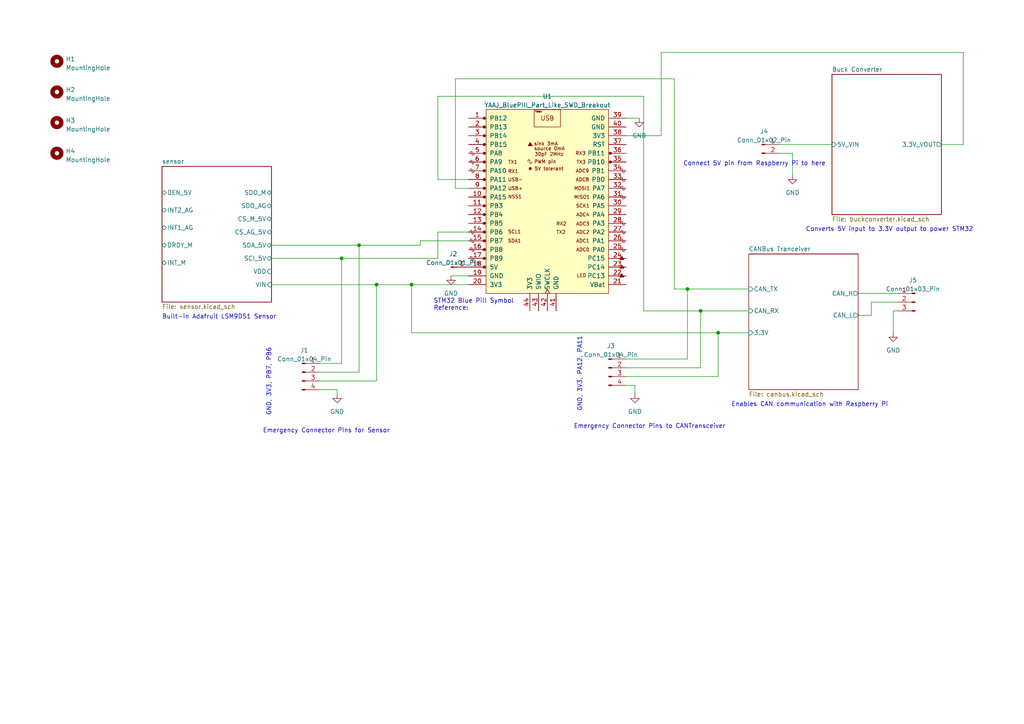
<source format=kicad_sch>
(kicad_sch (version 20230121) (generator eeschema)
  (paper "A4")
  (lib_symbols
    (symbol "Connector:Conn_01x01_Pin" (pin_names (offset 1.016) hide)
      (property "Reference" "J" (at 0 2.54 0))
      (property "Value" "Conn_01x01_Pin" (at 0 -2.54 0))
      (symbol "Conn_01x01_Pin_1_1"
        (polyline (pts (xy 1.27 0) (xy 0.8636 0)) (stroke (width 0.1524)))
        (rectangle (start 0.8636 0.127) (end 0 -0.127) (stroke (width 0.1524)) (fill (type outline)))
        (pin passive line (at 5.08 0 180) (length 3.81) (name "Pin_1") (number "1"))
      )
    )
    (symbol "Connector:Conn_01x02_Pin" (pin_names (offset 1.016) hide)
      (property "Reference" "J" (at 0 2.54 0))
      (property "Value" "Conn_01x02_Pin" (at 0 -5.08 0))
      (symbol "Conn_01x02_Pin_1_1"
        (polyline (pts (xy 1.27 -2.54) (xy 0.8636 -2.54)) (stroke (width 0.1524)))
        (polyline (pts (xy 1.27 0) (xy 0.8636 0)) (stroke (width 0.1524)))
        (rectangle (start 0.8636 -2.413) (end 0 -2.667) (stroke (width 0.1524)) (fill (type outline)))
        (rectangle (start 0.8636 0.127) (end 0 -0.127) (stroke (width 0.1524)) (fill (type outline)))
        (pin passive line (at 5.08 0 180) (length 3.81) (name "Pin_1") (number "1"))
        (pin passive line (at 5.08 -2.54 180) (length 3.81) (name "Pin_2") (number "2"))
      )
    )
    (symbol "Connector:Conn_01x03_Pin" (pin_names (offset 1.016) hide)
      (property "Reference" "J" (at 0 5.08 0))
      (property "Value" "Conn_01x03_Pin" (at 0 -5.08 0))
      (symbol "Conn_01x03_Pin_1_1"
        (polyline (pts (xy 1.27 -2.54) (xy 0.8636 -2.54)) (stroke (width 0.1524)))
        (polyline (pts (xy 1.27 0) (xy 0.8636 0)) (stroke (width 0.1524)))
        (polyline (pts (xy 1.27 2.54) (xy 0.8636 2.54)) (stroke (width 0.1524)))
        (rectangle (start 0.8636 -2.413) (end 0 -2.667) (stroke (width 0.1524)) (fill (type outline)))
        (rectangle (start 0.8636 0.127) (end 0 -0.127) (stroke (width 0.1524)) (fill (type outline)))
        (rectangle (start 0.8636 2.667) (end 0 2.413) (stroke (width 0.1524)) (fill (type outline)))
        (pin passive line (at 5.08 2.54 180) (length 3.81) (name "Pin_1") (number "1"))
        (pin passive line (at 5.08 0 180) (length 3.81) (name "Pin_2") (number "2"))
        (pin passive line (at 5.08 -2.54 180) (length 3.81) (name "Pin_3") (number "3"))
      )
    )
    (symbol "Connector:Conn_01x04_Pin" (pin_names (offset 1.016) hide)
      (property "Reference" "J" (at 0 5.08 0))
      (property "Value" "Conn_01x04_Pin" (at 0 -7.62 0))
      (symbol "Conn_01x04_Pin_1_1"
        (polyline (pts (xy 1.27 -5.08) (xy 0.8636 -5.08)) (stroke (width 0.1524)))
        (polyline (pts (xy 1.27 -2.54) (xy 0.8636 -2.54)) (stroke (width 0.1524)))
        (polyline (pts (xy 1.27 0) (xy 0.8636 0)) (stroke (width 0.1524)))
        (polyline (pts (xy 1.27 2.54) (xy 0.8636 2.54)) (stroke (width 0.1524)))
        (rectangle (start 0.8636 -4.953) (end 0 -5.207) (stroke (width 0.1524)) (fill (type outline)))
        (rectangle (start 0.8636 -2.413) (end 0 -2.667) (stroke (width 0.1524)) (fill (type outline)))
        (rectangle (start 0.8636 0.127) (end 0 -0.127) (stroke (width 0.1524)) (fill (type outline)))
        (rectangle (start 0.8636 2.667) (end 0 2.413) (stroke (width 0.1524)) (fill (type outline)))
        (pin passive line (at 5.08 2.54 180) (length 3.81) (name "Pin_1") (number "1"))
        (pin passive line (at 5.08 0 180) (length 3.81) (name "Pin_2") (number "2"))
        (pin passive line (at 5.08 -2.54 180) (length 3.81) (name "Pin_3") (number "3"))
        (pin passive line (at 5.08 -5.08 180) (length 3.81) (name "Pin_4") (number "4"))
      )
    )
    (symbol "Mechanical:MountingHole" (pin_names (offset 1.016))
      (property "Reference" "H" (at 0 5.08 0))
      (property "Value" "MountingHole" (at 0 3.175 0))
      (symbol "MountingHole_0_1"
        (circle (center 0 0) (radius 1.27) (stroke (width 1.27)))
      )
    )
    (symbol "YAAJ_BluePill_Part_Like_SWD_Breakout:YAAJ_BluePill_Part_Like_SWD_Breakout" (pin_names (offset 1.016))
      (property "Reference" "U" (at -15.24 27.94 0))
      (property "Value" "YAAJ_BluePill_Part_Like_SWD_Breakout" (at 20.32 27.94 0))
      (symbol "YAAJ_BluePill_Part_Like_SWD_Breakout_0_0"
        (circle (center -18.288 -20.32) (radius 0.3556) (fill (type outline)))
        (circle (center -18.288 -17.78) (radius 0.3556) (fill (type outline)))
        (circle (center -18.288 -15.24) (radius 0.3556) (fill (type outline)))
        (circle (center -18.288 -12.7) (radius 0.3556) (fill (type outline)))
        (circle (center -18.288 -10.16) (radius 0.3556) (fill (type outline)))
        (circle (center -18.288 -7.62) (radius 0.3556) (fill (type outline)))
        (circle (center -18.288 -5.08) (radius 0.3556) (fill (type outline)))
        (circle (center -18.288 -2.54) (radius 0.3556) (fill (type outline)))
        (circle (center -18.288 0) (radius 0.3556) (fill (type outline)))
        (circle (center -18.288 2.54) (radius 0.3556) (fill (type outline)))
        (circle (center -18.288 5.08) (radius 0.3556) (fill (type outline)))
        (circle (center -18.288 7.62) (radius 0.3556) (fill (type outline)))
        (circle (center -18.288 10.16) (radius 0.3556) (fill (type outline)))
        (circle (center -18.288 12.7) (radius 0.3556) (fill (type outline)))
        (circle (center -18.288 15.24) (radius 0.3556) (fill (type outline)))
        (circle (center -18.288 17.78) (radius 0.3556) (fill (type outline)))
        (circle (center -18.288 22.86) (radius 0.3556) (fill (type outline)))
        (circle (center -4.953 8.255) (radius 0.127) (fill (type outline)))
        (circle (center -4.953 8.255) (radius 0.254))
        (circle (center -4.953 8.255) (radius 0.3556))
        (polyline (pts (xy -5.588 14.859) (xy -4.953 15.875) (xy -4.318 14.859) (xy -5.588 14.859) (xy -4.953 15.748) (xy -4.445 14.859) (xy -5.461 14.986) (xy -4.953 15.621) (xy -4.572 14.859) (xy -5.334 15.113) (xy -4.826 15.494) (xy -4.699 14.859) (xy -5.207 15.24) (xy -4.699 15.367) (xy -4.826 14.986) (xy -5.08 15.24) (xy -4.826 15.113) (xy -4.953 15.367)))
        (polyline (pts (xy 20.955 -23.241) (xy 21.59 -22.225) (xy 22.225 -23.241) (xy 20.955 -23.241) (xy 21.59 -22.352) (xy 22.098 -23.241) (xy 21.082 -23.114) (xy 21.59 -22.479) (xy 21.971 -23.241) (xy 21.209 -22.987) (xy 21.717 -22.606) (xy 21.844 -23.241) (xy 21.336 -22.86) (xy 21.844 -22.733) (xy 21.717 -23.114) (xy 21.463 -22.86) (xy 21.717 -22.987) (xy 21.59 -22.733)))
        (polyline (pts (xy 20.955 -20.701) (xy 21.59 -19.685) (xy 22.225 -20.701) (xy 20.955 -20.701) (xy 21.59 -19.812) (xy 22.098 -20.701) (xy 21.082 -20.574) (xy 21.59 -19.939) (xy 21.971 -20.701) (xy 21.209 -20.447) (xy 21.717 -20.066) (xy 21.844 -20.701) (xy 21.336 -20.32) (xy 21.844 -20.193) (xy 21.717 -20.574) (xy 21.463 -20.32) (xy 21.717 -20.447) (xy 21.59 -20.193)))
        (polyline (pts (xy 20.955 -18.161) (xy 21.59 -17.145) (xy 22.225 -18.161) (xy 20.955 -18.161) (xy 21.59 -17.272) (xy 22.098 -18.161) (xy 21.082 -18.034) (xy 21.59 -17.399) (xy 21.971 -18.161) (xy 21.209 -17.907) (xy 21.717 -17.526) (xy 21.844 -18.161) (xy 21.336 -17.78) (xy 21.844 -17.653) (xy 21.717 -18.034) (xy 21.463 -17.78) (xy 21.717 -17.907) (xy 21.59 -17.653)))
        (circle (center 18.288 10.16) (radius 0.254) (fill (type outline)))
        (circle (center 18.288 10.16) (radius 0.3556))
        (circle (center 18.288 12.7) (radius 0.254) (fill (type outline)))
        (circle (center 18.288 12.7) (radius 0.3556))
        (text "30pF 2MHz" (at 0.508 12.446 0) (effects (font (size 0.9906 0.9906))))
        (text "5V tolerant" (at 0.508 8.255 0) (effects (font (size 0.9906 0.9906))))
        (text "ADC0" (at 10.287 -15.24 0) (effects (font (size 0.9906 0.9906))))
        (text "ADC1" (at 10.287 -12.7 0) (effects (font (size 0.9906 0.9906))))
        (text "ADC2" (at 10.287 -10.16 0) (effects (font (size 0.9906 0.9906))))
        (text "ADC3" (at 10.287 -7.747 0) (effects (font (size 0.9906 0.9906))))
        (text "ADC4" (at 10.287 -5.08 0) (effects (font (size 0.9906 0.9906))))
        (text "ADC8" (at 10.16 5.08 0) (effects (font (size 0.9906 0.9906))))
        (text "ADC9" (at 10.16 7.62 0) (effects (font (size 0.9906 0.9906))))
        (text "LED" (at 9.906 -22.733 0) (effects (font (size 0.9906 0.9906))))
        (text "MISO1" (at 10.033 0 0) (effects (font (size 0.9906 0.9906))))
        (text "MOSI1" (at 10.033 2.54 0) (effects (font (size 0.9906 0.9906))))
        (text "NSS1" (at -9.398 0.127 0) (effects (font (size 0.9906 0.9906))))
        (text "PWM pin" (at -0.635 10.287 0) (effects (font (size 0.9906 0.9906))))
        (text "RX1" (at -9.906 7.493 0) (effects (font (size 0.9906 0.9906))))
        (text "RX2" (at 4.064 -7.747 0) (effects (font (size 0.9906 0.9906))))
        (text "RX3" (at 9.652 12.7 0) (effects (font (size 0.9906 0.9906))))
        (text "SCK1" (at 10.287 -2.54 0) (effects (font (size 0.9906 0.9906))))
        (text "SCL1" (at -9.525 -10.033 0) (effects (font (size 0.9906 0.9906))))
        (text "SDA1" (at -9.525 -12.7 0) (effects (font (size 0.9906 0.9906))))
        (text "sink 3mA" (at -0.381 15.494 0) (effects (font (size 0.9906 0.9906))))
        (text "source 0mA" (at 0.635 14.097 0) (effects (font (size 0.9906 0.9906))))
        (text "TX1" (at -10.033 10.16 0) (effects (font (size 0.9906 0.9906))))
        (text "TX2" (at 3.937 -10.16 0) (effects (font (size 0.9906 0.9906))))
        (text "TX3" (at 9.779 10.16 0) (effects (font (size 0.9906 0.9906))))
        (text "USB" (at 0 22.86 0) (effects (font (size 1.27 1.27))))
        (text "USB+" (at -9.271 2.54 0) (effects (font (size 0.9906 0.9906))))
        (text "USB-" (at -9.271 5.08 0) (effects (font (size 0.9906 0.9906))))
        (text "Y@@J" (at -2.5654 24.8412 0) (effects (font (size 0.508 0.508))))
      )
      (symbol "YAAJ_BluePill_Part_Like_SWD_Breakout_0_1"
        (rectangle (start -17.78 25.4) (end 17.78 -27.94) (fill (type background)))
        (polyline (pts (xy -21.336 -17.78) (xy -21.336 -18.288) (xy -21.844 -18.288) (xy -21.844 -17.272) (xy -22.352 -17.272) (xy -22.352 -17.78)))
        (polyline (pts (xy -21.336 -15.24) (xy -21.336 -15.748) (xy -21.844 -15.748) (xy -21.844 -14.732) (xy -22.352 -14.732) (xy -22.352 -15.24)))
        (polyline (pts (xy -21.336 -12.7) (xy -21.336 -13.208) (xy -21.844 -13.208) (xy -21.844 -12.192) (xy -22.352 -12.192) (xy -22.352 -12.7)))
        (polyline (pts (xy -21.336 -10.16) (xy -21.336 -10.668) (xy -21.844 -10.668) (xy -21.844 -9.652) (xy -22.352 -9.652) (xy -22.352 -10.16)))
        (polyline (pts (xy -21.336 7.62) (xy -21.336 7.112) (xy -21.844 7.112) (xy -21.844 8.128) (xy -22.352 8.128) (xy -22.352 7.62)))
        (polyline (pts (xy -21.336 10.16) (xy -21.336 9.652) (xy -21.844 9.652) (xy -21.844 10.668) (xy -22.352 10.668) (xy -22.352 10.16)))
        (polyline (pts (xy -21.336 12.7) (xy -21.336 12.192) (xy -21.844 12.192) (xy -21.844 13.208) (xy -22.352 13.208) (xy -22.352 12.7)))
        (polyline (pts (xy -4.572 10.287) (xy -4.572 9.779) (xy -5.08 9.779) (xy -5.08 10.795) (xy -5.588 10.795) (xy -5.588 10.287)))
        (polyline (pts (xy 22.352 -15.24) (xy 22.352 -15.748) (xy 21.844 -15.748) (xy 21.844 -14.732) (xy 21.336 -14.732) (xy 21.336 -15.24)))
        (polyline (pts (xy 22.352 -12.7) (xy 22.352 -13.208) (xy 21.844 -13.208) (xy 21.844 -12.192) (xy 21.336 -12.192) (xy 21.336 -12.7)))
        (polyline (pts (xy 22.352 -10.16) (xy 22.352 -10.668) (xy 21.844 -10.668) (xy 21.844 -9.652) (xy 21.336 -9.652) (xy 21.336 -10.16)))
        (polyline (pts (xy 22.352 -7.62) (xy 22.352 -8.128) (xy 21.844 -8.128) (xy 21.844 -7.112) (xy 21.336 -7.112) (xy 21.336 -7.62)))
        (polyline (pts (xy 22.352 0) (xy 22.352 -0.508) (xy 21.844 -0.508) (xy 21.844 0.508) (xy 21.336 0.508) (xy 21.336 0)))
        (polyline (pts (xy 22.352 2.54) (xy 22.352 2.032) (xy 21.844 2.032) (xy 21.844 3.048) (xy 21.336 3.048) (xy 21.336 2.54)))
        (polyline (pts (xy 22.352 5.08) (xy 22.352 4.572) (xy 21.844 4.572) (xy 21.844 5.588) (xy 21.336 5.588) (xy 21.336 5.08)))
        (polyline (pts (xy 22.352 7.62) (xy 22.352 7.112) (xy 21.844 7.112) (xy 21.844 8.128) (xy 21.336 8.128) (xy 21.336 7.62)))
        (rectangle (start 3.81 25.4) (end -3.81 20.32))
      )
      (symbol "YAAJ_BluePill_Part_Like_SWD_Breakout_1_1"
        (circle (center -18.288 20.32) (radius 0.3556) (fill (type outline)))
        (pin bidirectional line (at -22.86 22.86 0) (length 5.08) (name "PB12") (number "1"))
        (pin bidirectional line (at -22.86 0 0) (length 5.08) (name "PA15") (number "10"))
        (pin bidirectional line (at -22.86 -2.54 0) (length 5.08) (name "PB3") (number "11"))
        (pin bidirectional line (at -22.86 -5.08 0) (length 5.08) (name "PB4") (number "12"))
        (pin bidirectional line (at -22.86 -7.62 0) (length 5.08) (name "PB5") (number "13"))
        (pin bidirectional line (at -22.86 -10.16 0) (length 5.08) (name "PB6") (number "14"))
        (pin bidirectional line (at -22.86 -12.7 0) (length 5.08) (name "PB7") (number "15"))
        (pin bidirectional line (at -22.86 -15.24 0) (length 5.08) (name "PB8") (number "16"))
        (pin bidirectional line (at -22.86 -17.78 0) (length 5.08) (name "PB9") (number "17"))
        (pin power_in line (at -22.86 -20.32 0) (length 5.08) (name "5V") (number "18"))
        (pin power_in line (at -22.86 -22.86 0) (length 5.08) (name "GND") (number "19"))
        (pin bidirectional line (at -22.86 20.32 0) (length 5.08) (name "PB13") (number "2"))
        (pin power_in line (at -22.86 -25.4 0) (length 5.08) (name "3V3") (number "20"))
        (pin power_in line (at 22.86 -25.4 180) (length 5.08) (name "VBat") (number "21"))
        (pin bidirectional line (at 22.86 -22.86 180) (length 5.08) (name "PC13") (number "22"))
        (pin bidirectional line (at 22.86 -20.32 180) (length 5.08) (name "PC14") (number "23"))
        (pin bidirectional line (at 22.86 -17.78 180) (length 5.08) (name "PC15") (number "24"))
        (pin bidirectional line (at 22.86 -15.24 180) (length 5.08) (name "PA0") (number "25"))
        (pin bidirectional line (at 22.86 -12.7 180) (length 5.08) (name "PA1") (number "26"))
        (pin bidirectional line (at 22.86 -10.16 180) (length 5.08) (name "PA2") (number "27"))
        (pin bidirectional line (at 22.86 -7.62 180) (length 5.08) (name "PA3") (number "28"))
        (pin bidirectional line (at 22.86 -5.08 180) (length 5.08) (name "PA4") (number "29"))
        (pin bidirectional line (at -22.86 17.78 0) (length 5.08) (name "PB14") (number "3"))
        (pin bidirectional line (at 22.86 -2.54 180) (length 5.08) (name "PA5") (number "30"))
        (pin bidirectional line (at 22.86 0 180) (length 5.08) (name "PA6") (number "31"))
        (pin bidirectional line (at 22.86 2.54 180) (length 5.08) (name "PA7") (number "32"))
        (pin bidirectional line (at 22.86 5.08 180) (length 5.08) (name "PB0") (number "33"))
        (pin bidirectional line (at 22.86 7.62 180) (length 5.08) (name "PB1") (number "34"))
        (pin bidirectional line (at 22.86 10.16 180) (length 5.08) (name "PB10") (number "35"))
        (pin bidirectional line (at 22.86 12.7 180) (length 5.08) (name "PB11") (number "36"))
        (pin input line (at 22.86 15.24 180) (length 5.08) (name "RST") (number "37"))
        (pin power_in line (at 22.86 17.78 180) (length 5.08) (name "3V3") (number "38"))
        (pin power_in line (at 22.86 22.86 180) (length 5.08) (name "GND") (number "39"))
        (pin bidirectional line (at -22.86 15.24 0) (length 5.08) (name "PB15") (number "4"))
        (pin power_in line (at 22.86 20.32 180) (length 5.08) (name "GND") (number "40"))
        (pin power_in line (at 2.54 -33.02 90) (length 5.08) (name "GND") (number "41"))
        (pin bidirectional clock (at 0 -33.02 90) (length 5.08) (name "SWCLK") (number "42"))
        (pin bidirectional line (at -2.54 -33.02 90) (length 5.08) (name "SWIO") (number "43"))
        (pin power_in line (at -5.08 -33.02 90) (length 5.08) (name "3V3") (number "44"))
        (pin bidirectional line (at -22.86 12.7 0) (length 5.08) (name "PA8") (number "5"))
        (pin bidirectional line (at -22.86 10.16 0) (length 5.08) (name "PA9") (number "6"))
        (pin bidirectional line (at -22.86 7.62 0) (length 5.08) (name "PA10") (number "7"))
        (pin bidirectional line (at -22.86 5.08 0) (length 5.08) (name "PA11") (number "8"))
        (pin bidirectional line (at -22.86 2.54 0) (length 5.08) (name "PA12") (number "9"))
      )
    )
    (symbol "power:GND" (power) (pin_names (offset 0))
      (property "Value" "GND" (at 0 -3.81 0))
      (symbol "GND_0_1"
        (polyline (pts (xy 0 0) (xy 0 -1.27) (xy 1.27 -1.27) (xy 0 -2.54) (xy -1.27 -1.27) (xy 0 -1.27)))
      )
      (symbol "GND_1_1"
        (pin power_in line (at 0 0 270) (length 0) hide (name "GND") (number "1"))
      )
    )
  )
  (junction (at 199.39 83.82))
  (junction (at 99.06 74.93))
  (junction (at 203.2 90.17))
  (junction (at 119.38 82.55))
  (junction (at 109.22 82.55))
  (junction (at 208.28 96.52))
  (junction (at 104.14 71.12))
  (wire (pts (xy 127 74.93) (xy 127 67.31)))
  (wire (pts (xy 78.74 82.55) (xy 109.22 82.55)))
  (wire (pts (xy 226.06 44.45) (xy 229.87 44.45)))
  (wire (pts (xy 203.2 106.68) (xy 181.61 106.68)))
  (wire (pts (xy 260.35 90.17) (xy 259.08 90.17)))
  (wire (pts (xy 186.69 27.94) (xy 127 27.94)))
  (wire (pts (xy 121.92 69.85) (xy 135.89 69.85)))
  (wire (pts (xy 252.73 91.44) (xy 252.73 87.63)))
  (wire (pts (xy 248.92 85.09) (xy 260.35 85.09)))
  (wire (pts (xy 78.74 71.12) (xy 104.14 71.12)))
  (wire (pts (xy 186.69 27.94) (xy 186.69 90.17)))
  (wire (pts (xy 104.14 71.12) (xy 121.92 71.12)))
  (wire (pts (xy 109.22 82.55) (xy 119.38 82.55)))
  (wire (pts (xy 92.71 105.41) (xy 99.06 105.41)))
  (wire (pts (xy 92.71 113.03) (xy 97.79 113.03)))
  (wire (pts (xy 97.79 113.03) (xy 97.79 114.3)))
  (wire (pts (xy 109.22 110.49) (xy 109.22 82.55)))
  (wire (pts (xy 181.61 34.29) (xy 185.42 34.29)))
  (wire (pts (xy 132.08 54.61) (xy 135.89 54.61)))
  (wire (pts (xy 191.77 39.37) (xy 181.61 39.37)))
  (wire (pts (xy 199.39 83.82) (xy 217.17 83.82)))
  (wire (pts (xy 195.58 83.82) (xy 199.39 83.82)))
  (wire (pts (xy 127 52.07) (xy 135.89 52.07)))
  (wire (pts (xy 226.06 41.91) (xy 241.3 41.91)))
  (wire (pts (xy 104.14 71.12) (xy 104.14 107.95)))
  (wire (pts (xy 195.58 22.86) (xy 195.58 83.82)))
  (wire (pts (xy 99.06 74.93) (xy 127 74.93)))
  (wire (pts (xy 208.28 109.22) (xy 181.61 109.22)))
  (wire (pts (xy 119.38 82.55) (xy 119.38 96.52)))
  (wire (pts (xy 99.06 105.41) (xy 99.06 74.93)))
  (wire (pts (xy 121.92 71.12) (xy 121.92 69.85)))
  (wire (pts (xy 130.81 80.01) (xy 135.89 80.01)))
  (wire (pts (xy 119.38 82.55) (xy 135.89 82.55)))
  (wire (pts (xy 208.28 96.52) (xy 217.17 96.52)))
  (wire (pts (xy 127 27.94) (xy 127 52.07)))
  (wire (pts (xy 203.2 90.17) (xy 203.2 106.68)))
  (wire (pts (xy 279.4 15.24) (xy 191.77 15.24)))
  (wire (pts (xy 259.08 90.17) (xy 259.08 96.52)))
  (wire (pts (xy 132.08 22.86) (xy 132.08 54.61)))
  (wire (pts (xy 279.4 41.91) (xy 279.4 15.24)))
  (wire (pts (xy 78.74 74.93) (xy 99.06 74.93)))
  (wire (pts (xy 248.92 91.44) (xy 252.73 91.44)))
  (wire (pts (xy 273.05 41.91) (xy 279.4 41.91)))
  (wire (pts (xy 252.73 87.63) (xy 260.35 87.63)))
  (wire (pts (xy 191.77 15.24) (xy 191.77 39.37)))
  (wire (pts (xy 127 67.31) (xy 135.89 67.31)))
  (wire (pts (xy 199.39 104.14) (xy 181.61 104.14)))
  (wire (pts (xy 92.71 107.95) (xy 104.14 107.95)))
  (wire (pts (xy 92.71 110.49) (xy 109.22 110.49)))
  (wire (pts (xy 186.69 90.17) (xy 203.2 90.17)))
  (wire (pts (xy 229.87 44.45) (xy 229.87 50.8)))
  (wire (pts (xy 199.39 83.82) (xy 199.39 104.14)))
  (wire (pts (xy 208.28 96.52) (xy 208.28 109.22)))
  (wire (pts (xy 119.38 96.52) (xy 208.28 96.52)))
  (wire (pts (xy 203.2 90.17) (xy 217.17 90.17)))
  (wire (pts (xy 184.15 111.76) (xy 184.15 114.3)))
  (wire (pts (xy 195.58 22.86) (xy 132.08 22.86)))
  (wire (pts (xy 181.61 111.76) (xy 184.15 111.76)))
  (text "Enables CAN communication with Raspberry Pi\n" (at 212.09 118.11 0) (effects (font (size 1.27 1.27)) (justify left bottom)))
  (text "Emergency Connector Pins for Sensor\n" (at 76.2 125.73 0) (effects (font (size 1.27 1.27)) (justify left bottom)))
  (text "Built-in Adafruit LSM9DS1 Sensor" (at 46.99 92.71 0) (effects (font (size 1.27 1.27)) (justify left bottom)))
  (text "Connect 5V pin from Raspberry Pi to here" (at 198.12 48.26 0) (effects (font (size 1.27 1.27)) (justify left bottom)))
  (text "STM32 Blue Pill Symbol\nReference:" (at 125.73 90.17 0) (effects (font (size 1.27 1.27)) (justify left bottom)))
  (text "Emergency Connector Pins to CANTransceiver\n" (at 166.37 124.46 0) (effects (font (size 1.27 1.27)) (justify left bottom)))
  (text "GND, 3V3, PA12, PA11" (at 168.91 119.38 90) (effects (font (size 1.27 1.27)) (justify left bottom)))
  (text "Converts 5V input to 3.3V output to power STM32\n" (at 233.68 67.31 0) (effects (font (size 1.27 1.27)) (justify left bottom)))
  (text "GND, 3V3, PB7, PB6" (at 78.74 120.65 90) (effects (font (size 1.27 1.27)) (justify left bottom)))
  (symbol (lib_id "power:GND") (at 97.79 114.3 0) (unit 1)
    (property "Reference" "#PWR01" (effects hide))
    (property "Value" "GND" (at 97.79 119.38 0))
  )
  (symbol (lib_id "YAAJ_BluePill_Part_Like_SWD_Breakout:YAAJ_BluePill_Part_Like_SWD_Breakout") (at 158.75 57.15 0) (unit 1)
    (property "Reference" "U1" (at 158.75 27.94 0))
    (property "Value" "YAAJ_BluePill_Part_Like_SWD_Breakout" (at 158.75 30.48 0))
    (property "Footprint" "YAAJ_BluePill_SWD_2:YAAJ_BluePill_SWD_2" (effects hide))
  )
  (symbol (lib_id "Connector:Conn_01x02_Pin") (at 220.98 41.91 0) (unit 1)
    (property "Reference" "J4" (at 221.615 38.1 0))
    (property "Value" "Conn_01x02_Pin" (at 221.615 40.64 0))
    (property "Footprint" "Connector_PinHeader_2.54mm:PinHeader_1x02_P2.54mm_Vertical" (effects hide))
  )
  (symbol (lib_id "power:GND") (at 130.81 80.01 0) (unit 1)
    (property "Reference" "#PWR02" (effects hide))
    (property "Value" "GND" (at 130.81 85.09 0))
  )
  (symbol (lib_id "power:GND") (at 184.15 114.3 0) (unit 1)
    (property "Reference" "#PWR03" (effects hide))
    (property "Value" "GND" (at 184.15 119.38 0))
  )
  (symbol (lib_id "Mechanical:MountingHole") (at 16.51 26.67 0) (unit 1)
    (property "Reference" "H2" (at 19.05 26.035 0) (effects (justify left)))
    (property "Value" "MountingHole" (at 19.05 28.575 0) (effects (justify left)))
    (property "Footprint" "MountingHole:MountingHole_3.2mm_M3" (effects hide))
  )
  (symbol (lib_id "Connector:Conn_01x03_Pin") (at 265.43 87.63 0) (mirror y) (unit 1)
    (property "Reference" "J5" (at 264.795 81.28 0))
    (property "Value" "Conn_01x03_Pin" (at 264.795 83.82 0))
    (property "Footprint" "Connector_PinHeader_2.54mm:PinHeader_1x03_P2.54mm_Vertical" (effects hide))
  )
  (symbol (lib_id "Mechanical:MountingHole") (at 16.51 44.45 0) (unit 1)
    (property "Reference" "H4" (at 19.05 43.815 0) (effects (justify left)))
    (property "Value" "MountingHole" (at 19.05 46.355 0) (effects (justify left)))
    (property "Footprint" "MountingHole:MountingHole_3.2mm_M3" (effects hide))
  )
  (symbol (lib_id "power:GND") (at 185.42 34.29 0) (unit 1)
    (property "Reference" "#PWR04" (effects hide))
    (property "Value" "GND" (at 185.42 39.37 0))
  )
  (symbol (lib_id "Mechanical:MountingHole") (at 16.51 35.56 0) (unit 1)
    (property "Reference" "H3" (at 19.05 34.925 0) (effects (justify left)))
    (property "Value" "MountingHole" (at 19.05 37.465 0) (effects (justify left)))
    (property "Footprint" "MountingHole:MountingHole_3.2mm_M3" (effects hide))
  )
  (symbol (lib_id "Mechanical:MountingHole") (at 16.51 17.78 0) (unit 1)
    (property "Reference" "H1" (at 19.05 17.145 0) (effects (justify left)))
    (property "Value" "MountingHole" (at 19.05 19.685 0) (effects (justify left)))
    (property "Footprint" "MountingHole:MountingHole_3.2mm_M3" (effects hide))
  )
  (symbol (lib_id "Connector:Conn_01x04_Pin") (at 87.63 107.95 0) (unit 1)
    (property "Reference" "J1" (at 88.265 101.6 0))
    (property "Value" "Conn_01x04_Pin" (at 88.265 104.14 0))
    (property "Footprint" "Connector_PinHeader_2.54mm:PinHeader_1x04_P2.54mm_Vertical" (effects hide))
  )
  (symbol (lib_id "power:GND") (at 259.08 96.52 0) (unit 1)
    (property "Reference" "#PWR06" (effects hide))
    (property "Value" "GND" (at 259.08 101.6 0))
  )
  (symbol (lib_id "Connector:Conn_01x01_Pin") (at 130.81 77.47 0) (unit 1)
    (property "Reference" "J2" (at 131.445 73.66 0))
    (property "Value" "Conn_01x01_Pin" (at 131.445 76.2 0))
    (property "Footprint" "Connector_PinHeader_2.54mm:PinHeader_1x01_P2.54mm_Vertical" (effects hide))
  )
  (symbol (lib_id "power:GND") (at 229.87 50.8 0) (unit 1)
    (property "Reference" "#PWR05" (effects hide))
    (property "Value" "GND" (at 229.87 55.88 0))
  )
  (symbol (lib_id "Connector:Conn_01x04_Pin") (at 176.53 106.68 0) (unit 1)
    (property "Reference" "J3" (at 177.165 100.33 0))
    (property "Value" "Conn_01x04_Pin" (at 177.165 102.87 0))
    (property "Footprint" "Connector_PinHeader_2.54mm:PinHeader_1x04_P2.54mm_Vertical" (effects hide))
  )
  (sheet (at 46.99 48.26) (size 31.75 39.37) (stroke (width 0.1524))
    (property "Sheetname" "sensor" (at 46.99 47.5484 0) (effects (justify left bottom)))
    (property "Sheetfile" "sensor.kicad_sch" (at 46.99 88.2146 0) (effects (justify left top)))
    (pin "DEN_5V" bidirectional (at 46.99 55.88 180))
    (pin "INT2_AG" bidirectional (at 46.99 60.96 180))
    (pin "INT1_AG" bidirectional (at 46.99 66.04 180))
    (pin "INT_M" bidirectional (at 46.99 76.2 180))
    (pin "DRDY_M" bidirectional (at 46.99 71.12 180))
    (pin "SCI_5V" bidirectional (at 78.74 74.93 0))
    (pin "CS_AG_5V" bidirectional (at 78.74 67.31 0))
    (pin "SDA_5V" bidirectional (at 78.74 71.12 0))
    (pin "SDO_M" bidirectional (at 78.74 55.88 0))
    (pin "SDO_AG" bidirectional (at 78.74 59.69 0))
    (pin "CS_M_5V" bidirectional (at 78.74 63.5 0))
    (pin "VDD" input (at 78.74 78.74 0))
    (pin "VIN" input (at 78.74 82.55 0))
  )
  (sheet (at 217.17 73.66) (size 31.75 39.37) (stroke (width 0.1524))
    (property "Sheetname" "CANBus Tranceiver" (at 217.17 72.9484 0) (effects (justify left bottom)))
    (property "Sheetfile" "canbus.kicad_sch" (at 217.17 113.6146 0) (effects (justify left top)))
    (pin "CAN_TX" input (at 217.17 83.82 180))
    (pin "CAN_RX" input (at 217.17 90.17 180))
    (pin "3.3V" input (at 217.17 96.52 180))
    (pin "CAN_H" output (at 248.92 85.09 0))
    (pin "CAN_L" output (at 248.92 91.44 0))
  )
  (sheet (at 241.3 21.59) (size 31.75 40.64) (stroke (width 0.1524))
    (property "Sheetname" "Buck Converter" (at 241.3 20.8784 0) (effects (justify left bottom)))
    (property "Sheetfile" "buckconverter.kicad_sch" (at 241.3 62.8146 0) (effects (justify left top)))
    (pin "3.3V_VOUT" output (at 273.05 41.91 0))
    (pin "5V_VIN" input (at 241.3 41.91 180))
  )
)
</source>
